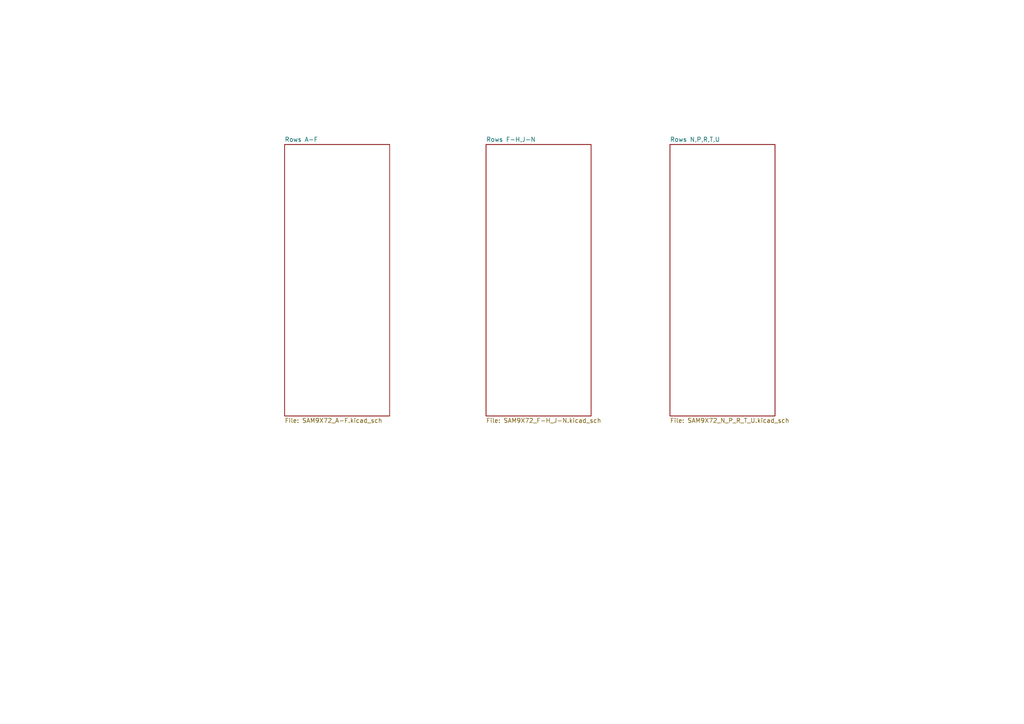
<source format=kicad_sch>
(kicad_sch
	(version 20250114)
	(generator "eeschema")
	(generator_version "9.0")
	(uuid "0c71ac0f-843d-4068-aafc-c8b6e706c883")
	(paper "A4")
	(title_block
		(title "Budget MPU")
		(rev "A")
	)
	(lib_symbols)
	(sheet
		(at 194.31 41.91)
		(size 30.48 78.74)
		(exclude_from_sim no)
		(in_bom yes)
		(on_board yes)
		(dnp no)
		(fields_autoplaced yes)
		(stroke
			(width 0.1524)
			(type solid)
		)
		(fill
			(color 0 0 0 0.0000)
		)
		(uuid "86f694e8-10a9-41dd-8ee8-957ccebb374f")
		(property "Sheetname" "Rows N,P,R,T,U"
			(at 194.31 41.1984 0)
			(effects
				(font
					(size 1.27 1.27)
				)
				(justify left bottom)
			)
		)
		(property "Sheetfile" "SAM9X72_N_P_R_T_U.kicad_sch"
			(at 194.31 121.2346 0)
			(effects
				(font
					(size 1.27 1.27)
				)
				(justify left top)
			)
		)
		(instances
			(project "BudgetMPU"
				(path "/40e2b5e1-2816-4200-b130-67ad268a29b4/efd0d231-1d1c-4f26-9f53-a4af3c50ca3b"
					(page "5")
				)
			)
		)
	)
	(sheet
		(at 82.55 41.91)
		(size 30.48 78.74)
		(exclude_from_sim no)
		(in_bom yes)
		(on_board yes)
		(dnp no)
		(fields_autoplaced yes)
		(stroke
			(width 0.1524)
			(type solid)
		)
		(fill
			(color 0 0 0 0.0000)
		)
		(uuid "d16aee57-9949-4f14-932e-24fab7af0997")
		(property "Sheetname" "Rows A-F"
			(at 82.55 41.1984 0)
			(effects
				(font
					(size 1.27 1.27)
				)
				(justify left bottom)
			)
		)
		(property "Sheetfile" "SAM9X72_A-F.kicad_sch"
			(at 82.55 121.2346 0)
			(effects
				(font
					(size 1.27 1.27)
				)
				(justify left top)
			)
		)
		(instances
			(project "BudgetMPU"
				(path "/40e2b5e1-2816-4200-b130-67ad268a29b4/efd0d231-1d1c-4f26-9f53-a4af3c50ca3b"
					(page "3")
				)
			)
		)
	)
	(sheet
		(at 140.97 41.91)
		(size 30.48 78.74)
		(exclude_from_sim no)
		(in_bom yes)
		(on_board yes)
		(dnp no)
		(fields_autoplaced yes)
		(stroke
			(width 0.1524)
			(type solid)
		)
		(fill
			(color 0 0 0 0.0000)
		)
		(uuid "f66c7d12-ac91-4296-8346-2d0df848dacb")
		(property "Sheetname" "Rows F-H,J-N"
			(at 140.97 41.1984 0)
			(effects
				(font
					(size 1.27 1.27)
				)
				(justify left bottom)
			)
		)
		(property "Sheetfile" "SAM9X72_F-H_J-N.kicad_sch"
			(at 140.97 121.2346 0)
			(effects
				(font
					(size 1.27 1.27)
				)
				(justify left top)
			)
		)
		(instances
			(project "BudgetMPU"
				(path "/40e2b5e1-2816-4200-b130-67ad268a29b4/efd0d231-1d1c-4f26-9f53-a4af3c50ca3b"
					(page "4")
				)
			)
		)
	)
)

</source>
